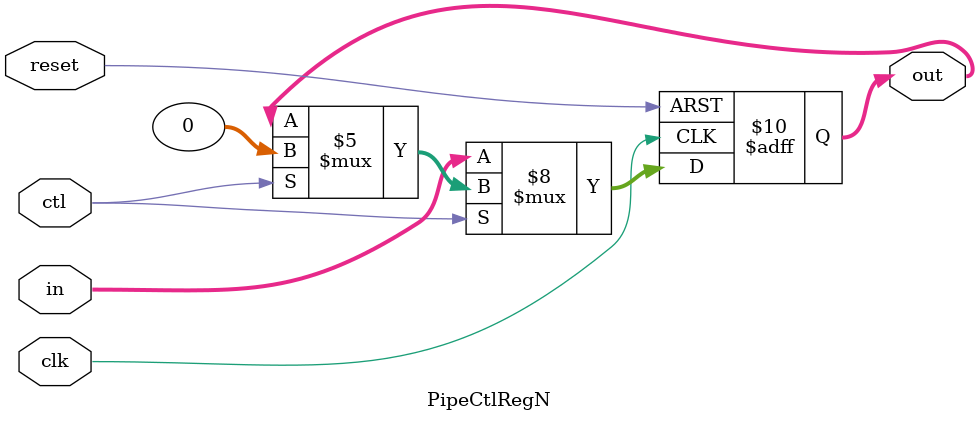
<source format=v>
module PipeCtlRegN #(parameter WIDTH=32) (out, in, ctl, clk, reset); // synopsys template
   parameter init = 0;
   output [0:WIDTH-1] out;
   reg [0:WIDTH-1]    out;
   input [0:WIDTH-1]  in;
   input     	      ctl;
   input 	      clk, reset;

   always @ (posedge clk or negedge reset)
     if (~reset)
       out <= init;
     else begin
        if (ctl == 1'b0)
	        out <= in;
        else if (ctl == 1'b1)
	        out <= init;
     end
endmodule // PipeCtlReg
</source>
